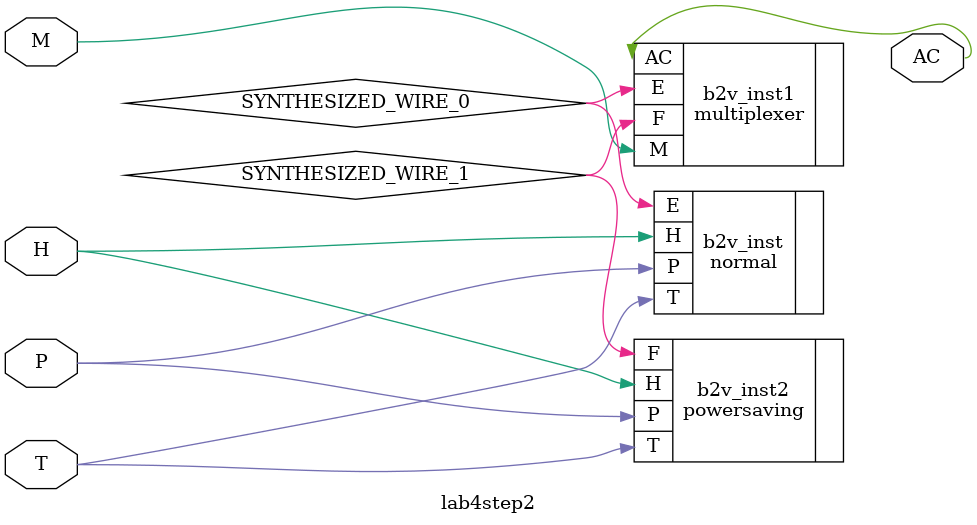
<source format=v>


module lab4step2(
	P,
	T,
	H,
	M,
	AC
);


input wire	P;
input wire	T;
input wire	H;
input wire	M;
output wire	AC;

wire	SYNTHESIZED_WIRE_0;
wire	SYNTHESIZED_WIRE_1;





normal	b2v_inst(
	.P(P),
	.T(T),
	.H(H),
	.E(SYNTHESIZED_WIRE_0));


multiplexer	b2v_inst1(
	.M(M),
	.E(SYNTHESIZED_WIRE_0),
	.F(SYNTHESIZED_WIRE_1),
	.AC(AC));


powersaving	b2v_inst2(
	.P(P),
	.T(T),
	.H(H),
	.F(SYNTHESIZED_WIRE_1));


endmodule

</source>
